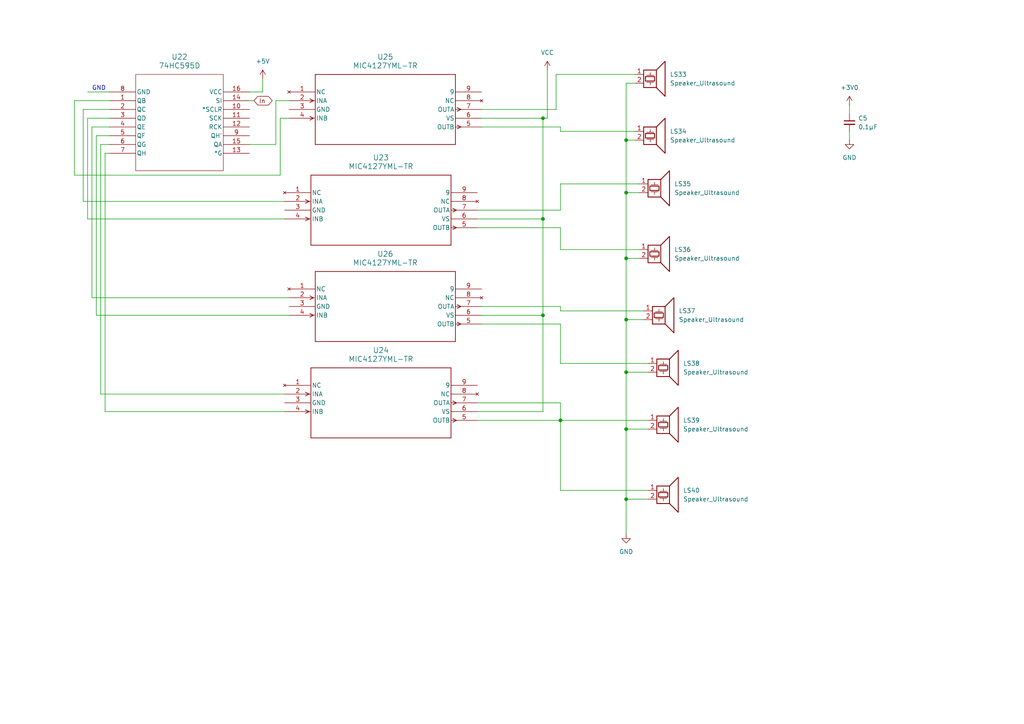
<source format=kicad_sch>
(kicad_sch (version 20250114) (generator "eeschema") (generator_version "9.0")
  (paper "A4")
  (lib_symbols
    (symbol "2025-12-28_09-02-17:MIC4127YML-TR" (pin_names (offset 0.254))
      (property "Reference" "U" (at 27.94 10.16 0))
      (property "Value" "MIC4127YML-TR" (at 27.94 7.62 0))
      (symbol "MIC4127YML-TR_0_1"
        (polyline (pts (xy 7.0993 -2.54) (xy 6.0579 -2.0193)) (stroke (width 0.2032)))
        (polyline (pts (xy 7.0993 -2.54) (xy 6.0579 -3.0607)) (stroke (width 0.2032)))
        (polyline (pts (xy 7.0993 -7.62) (xy 6.0579 -7.0993)) (stroke (width 0.2032)))
        (polyline (pts (xy 7.0993 -7.62) (xy 6.0579 -8.1407)) (stroke (width 0.2032)))
        (polyline (pts (xy 7.62 5.08) (xy 7.62 -15.24)) (stroke (width 0.2032)))
        (polyline (pts (xy 7.62 -15.24) (xy 48.26 -15.24)) (stroke (width 0.2032)))
        (polyline (pts (xy 48.26 5.08) (xy 7.62 5.08)) (stroke (width 0.2032)))
        (polyline (pts (xy 48.26 -15.24) (xy 48.26 5.08)) (stroke (width 0.2032)))
        (polyline (pts (xy 48.7807 -4.5593) (xy 49.8221 -5.08)) (stroke (width 0.2032)))
        (polyline (pts (xy 48.7807 -5.6007) (xy 49.8221 -5.08)) (stroke (width 0.2032)))
        (polyline (pts (xy 48.7807 -9.6393) (xy 49.8221 -10.16)) (stroke (width 0.2032)))
        (polyline (pts (xy 48.7807 -10.6807) (xy 49.8221 -10.16)) (stroke (width 0.2032)))
        (pin no_connect line (at 0 0 0) (length 7.62) (name "NC") (number "1"))
        (pin input line (at 0 -2.54 0) (length 7.62) (name "INA") (number "2"))
        (pin power_in line (at 0 -5.08 0) (length 7.62) (name "GND") (number "3"))
        (pin input line (at 0 -7.62 0) (length 7.62) (name "INB") (number "4"))
        (pin unspecified line (at 55.88 0 180) (length 7.62) (name "9") (number "9"))
        (pin no_connect line (at 55.88 -2.54 180) (length 7.62) (name "NC") (number "8"))
        (pin output line (at 55.88 -5.08 180) (length 7.62) (name "OUTA") (number "7"))
        (pin power_in line (at 55.88 -7.62 180) (length 7.62) (name "VS") (number "6"))
        (pin output line (at 55.88 -10.16 180) (length 7.62) (name "OUTB") (number "5"))
      )
    )
    (symbol "2025-12-28_09-22-42:74HC595D" (pin_names (offset 0.254))
      (property "Reference" "U" (at 20.32 10.16 0))
      (property "Value" "74HC595D" (at 20.32 7.62 0))
      (symbol "74HC595D_0_1"
        (polyline (pts (xy 7.62 5.08) (xy 7.62 -22.86)) (stroke (width 0.127)))
        (polyline (pts (xy 7.62 -22.86) (xy 33.02 -22.86)) (stroke (width 0.127)))
        (polyline (pts (xy 33.02 5.08) (xy 7.62 5.08)) (stroke (width 0.127)))
        (polyline (pts (xy 33.02 -22.86) (xy 33.02 5.08)) (stroke (width 0.127)))
        (pin power_out line (at 0 0 0) (length 7.62) (name "GND") (number "8"))
        (pin output line (at 0 -2.54 0) (length 7.62) (name "QB") (number "1"))
        (pin output line (at 0 -5.08 0) (length 7.62) (name "QC") (number "2"))
        (pin output line (at 0 -7.62 0) (length 7.62) (name "QD") (number "3"))
        (pin output line (at 0 -10.16 0) (length 7.62) (name "QE") (number "4"))
        (pin output line (at 0 -12.7 0) (length 7.62) (name "QF") (number "5"))
        (pin output line (at 0 -15.24 0) (length 7.62) (name "QG") (number "6"))
        (pin output line (at 0 -17.78 0) (length 7.62) (name "QH") (number "7"))
        (pin power_in line (at 40.64 0 180) (length 7.62) (name "VCC") (number "16"))
        (pin input line (at 40.64 -2.54 180) (length 7.62) (name "SI") (number "14"))
        (pin input line (at 40.64 -5.08 180) (length 7.62) (name "*SCLR") (number "10"))
        (pin input line (at 40.64 -7.62 180) (length 7.62) (name "SCK") (number "11"))
        (pin input line (at 40.64 -10.16 180) (length 7.62) (name "RCK") (number "12"))
        (pin output line (at 40.64 -12.7 180) (length 7.62) (name "QH'") (number "9"))
        (pin output line (at 40.64 -15.24 180) (length 7.62) (name "QA") (number "15"))
        (pin input line (at 40.64 -17.78 180) (length 7.62) (name "*G") (number "13"))
      )
    )
    (symbol "Device:C_Small" (pin_numbers (hide yes)) (pin_names (offset 0.254) (hide yes))
      (property "Reference" "C" (at 0.254 1.778 0))
      (property "Value" "C_Small" (at 0.254 -2.032 0))
      (symbol "C_Small_0_1"
        (polyline (pts (xy -1.524 0.508) (xy 1.524 0.508)) (stroke (width 0.3048)))
        (polyline (pts (xy -1.524 -0.508) (xy 1.524 -0.508)) (stroke (width 0.3302)))
      )
      (symbol "C_Small_1_1"
        (pin passive line (at 0 2.54 270) (length 2.032) (name "~") (number "1"))
        (pin passive line (at 0 -2.54 90) (length 2.032) (name "~") (number "2"))
      )
    )
    (symbol "Device:Speaker_Ultrasound" (pin_names (offset 0) (hide yes))
      (property "Reference" "LS" (at 0.635 5.715 0))
      (property "Value" "Speaker_Ultrasound" (at 0.635 3.81 0))
      (symbol "Speaker_Ultrasound_0_0"
        (rectangle (start -2.54 1.27) (end 1.143 -3.81) (stroke (width 0.254)))
        (rectangle (start -2.032 -0.635) (end 0.635 -1.905) (stroke (width 0.254)))
        (polyline (pts (xy -1.651 -0.254) (xy 0.381 -0.254)))
        (polyline (pts (xy -1.651 -2.286) (xy 0.381 -2.286)))
        (polyline (pts (xy -0.635 -0.254) (xy -0.635 0.508)))
        (polyline (pts (xy -0.635 -2.286) (xy -0.635 -3.048)))
        (polyline (pts (xy 1.143 1.27) (xy 3.683 3.81) (xy 3.683 -6.35) (xy 1.143 -3.81)) (stroke (width 0.254)))
      )
      (symbol "Speaker_Ultrasound_1_1"
        (pin input line (at -5.08 0 0) (length 2.54) (name "1") (number "1"))
        (pin input line (at -5.08 -2.54 0) (length 2.54) (name "2") (number "2"))
      )
    )
    (symbol "power:+3V0" (power) (pin_numbers (hide yes)) (pin_names (offset 0) (hide yes))
      (property "Value" "+3V0" (at 0 3.556 0))
      (symbol "+3V0_0_1"
        (polyline (pts (xy -0.762 1.27) (xy 0 2.54)))
        (polyline (pts (xy 0 2.54) (xy 0.762 1.27)))
        (polyline (pts (xy 0 0) (xy 0 2.54)))
      )
      (symbol "+3V0_1_1"
        (pin power_in line (at 0 0 90) (length 0) (name "~") (number "1"))
      )
    )
    (symbol "power:+5V" (power) (pin_numbers (hide yes)) (pin_names (offset 0) (hide yes))
      (property "Value" "+5V" (at 0 3.556 0))
      (symbol "+5V_0_1"
        (polyline (pts (xy -0.762 1.27) (xy 0 2.54)))
        (polyline (pts (xy 0 2.54) (xy 0.762 1.27)))
        (polyline (pts (xy 0 0) (xy 0 2.54)))
      )
      (symbol "+5V_1_1"
        (pin power_in line (at 0 0 90) (length 0) (name "~") (number "1"))
      )
    )
    (symbol "power:GND" (power) (pin_numbers (hide yes)) (pin_names (offset 0) (hide yes))
      (property "Value" "GND" (at 0 -3.81 0))
      (symbol "GND_0_1"
        (polyline (pts (xy 0 0) (xy 0 -1.27) (xy 1.27 -1.27) (xy 0 -2.54) (xy -1.27 -1.27) (xy 0 -1.27)))
      )
      (symbol "GND_1_1"
        (pin power_in line (at 0 0 270) (length 0) (name "~") (number "1"))
      )
    )
    (symbol "power:VCC" (power) (pin_numbers (hide yes)) (pin_names (offset 0) (hide yes))
      (property "Value" "VCC" (at 0 3.556 0))
      (symbol "VCC_0_1"
        (polyline (pts (xy -0.762 1.27) (xy 0 2.54)))
        (polyline (pts (xy 0 2.54) (xy 0.762 1.27)))
        (polyline (pts (xy 0 0) (xy 0 2.54)))
      )
      (symbol "VCC_1_1"
        (pin power_in line (at 0 0 90) (length 0) (name "~") (number "1"))
      )
    )
  )
  (text "GND" (at 28.702 25.654 0) (effects (font (size 1.27 1.27))))
  (junction (at 181.61 107.95))
  (junction (at 181.61 74.93))
  (junction (at 181.61 55.88))
  (junction (at 181.61 40.64))
  (junction (at 181.61 92.71))
  (junction (at 162.56 121.92))
  (junction (at 181.61 144.78))
  (junction (at 181.61 124.46))
  (junction (at 157.48 91.44))
  (junction (at 157.48 34.29))
  (junction (at 157.48 63.5))
  (wire (pts (xy 162.56 38.1) (xy 184.15 38.1)))
  (wire (pts (xy 162.56 121.92) (xy 162.56 142.24)))
  (wire (pts (xy 30.48 119.38) (xy 82.55 119.38)))
  (wire (pts (xy 181.61 92.71) (xy 186.69 92.71)))
  (wire (pts (xy 161.29 21.59) (xy 184.15 21.59)))
  (wire (pts (xy 158.75 20.32) (xy 158.75 34.29)))
  (wire (pts (xy 72.39 41.91) (xy 80.01 41.91)))
  (wire (pts (xy 139.7 91.44) (xy 157.48 91.44)))
  (wire (pts (xy 81.28 34.29) (xy 83.82 34.29)))
  (wire (pts (xy 181.61 92.71) (xy 181.61 107.95)))
  (wire (pts (xy 162.56 53.34) (xy 185.42 53.34)))
  (wire (pts (xy 162.56 116.84) (xy 162.56 121.92)))
  (wire (pts (xy 157.48 91.44) (xy 157.48 119.38)))
  (wire (pts (xy 25.4 63.5) (xy 82.55 63.5)))
  (wire (pts (xy 187.96 144.78) (xy 181.61 144.78)))
  (wire (pts (xy 181.61 144.78) (xy 181.61 154.94)))
  (wire (pts (xy 138.43 121.92) (xy 162.56 121.92)))
  (wire (pts (xy 162.56 142.24) (xy 187.96 142.24)))
  (wire (pts (xy 181.61 107.95) (xy 187.96 107.95)))
  (wire (pts (xy 139.7 36.83) (xy 162.56 36.83)))
  (wire (pts (xy 26.67 36.83) (xy 26.67 86.36)))
  (wire (pts (xy 246.38 30.48) (xy 246.38 33.02)))
  (wire (pts (xy 181.61 40.64) (xy 184.15 40.64)))
  (wire (pts (xy 162.56 36.83) (xy 162.56 38.1)))
  (wire (pts (xy 138.43 119.38) (xy 157.48 119.38)))
  (wire (pts (xy 184.15 24.13) (xy 181.61 24.13)))
  (wire (pts (xy 162.56 88.9) (xy 162.56 90.17)))
  (wire (pts (xy 31.75 31.75) (xy 24.13 31.75)))
  (wire (pts (xy 76.2 22.86) (xy 76.2 26.67)))
  (wire (pts (xy 30.48 44.45) (xy 30.48 119.38)))
  (wire (pts (xy 181.61 124.46) (xy 187.96 124.46)))
  (wire (pts (xy 162.56 72.39) (xy 185.42 72.39)))
  (wire (pts (xy 80.01 29.21) (xy 83.82 29.21)))
  (wire (pts (xy 181.61 40.64) (xy 181.61 55.88)))
  (wire (pts (xy 139.7 34.29) (xy 157.48 34.29)))
  (wire (pts (xy 181.61 24.13) (xy 181.61 40.64)))
  (wire (pts (xy 24.13 58.42) (xy 82.55 58.42)))
  (wire (pts (xy 139.7 93.98) (xy 162.56 93.98)))
  (wire (pts (xy 162.56 60.96) (xy 162.56 53.34)))
  (wire (pts (xy 25.4 26.67) (xy 31.75 26.67)))
  (wire (pts (xy 31.75 34.29) (xy 25.4 34.29)))
  (wire (pts (xy 27.94 39.37) (xy 27.94 91.44)))
  (wire (pts (xy 162.56 90.17) (xy 186.69 90.17)))
  (wire (pts (xy 21.59 50.8) (xy 81.28 50.8)))
  (wire (pts (xy 181.61 55.88) (xy 181.61 74.93)))
  (wire (pts (xy 31.75 36.83) (xy 26.67 36.83)))
  (wire (pts (xy 162.56 93.98) (xy 162.56 105.41)))
  (wire (pts (xy 162.56 105.41) (xy 187.96 105.41)))
  (wire (pts (xy 181.61 74.93) (xy 181.61 92.71)))
  (wire (pts (xy 24.13 31.75) (xy 24.13 58.42)))
  (wire (pts (xy 161.29 31.75) (xy 161.29 21.59)))
  (wire (pts (xy 27.94 91.44) (xy 83.82 91.44)))
  (wire (pts (xy 80.01 41.91) (xy 80.01 29.21)))
  (wire (pts (xy 31.75 39.37) (xy 27.94 39.37)))
  (wire (pts (xy 138.43 116.84) (xy 162.56 116.84)))
  (wire (pts (xy 31.75 41.91) (xy 29.21 41.91)))
  (wire (pts (xy 139.7 31.75) (xy 161.29 31.75)))
  (wire (pts (xy 162.56 66.04) (xy 162.56 72.39)))
  (wire (pts (xy 31.75 44.45) (xy 30.48 44.45)))
  (wire (pts (xy 246.38 38.1) (xy 246.38 40.64)))
  (wire (pts (xy 72.39 26.67) (xy 76.2 26.67)))
  (wire (pts (xy 21.59 29.21) (xy 21.59 50.8)))
  (wire (pts (xy 181.61 107.95) (xy 181.61 124.46)))
  (wire (pts (xy 72.39 29.21) (xy 73.66 29.21)))
  (wire (pts (xy 181.61 74.93) (xy 185.42 74.93)))
  (wire (pts (xy 138.43 63.5) (xy 157.48 63.5)))
  (wire (pts (xy 138.43 66.04) (xy 162.56 66.04)))
  (wire (pts (xy 138.43 60.96) (xy 162.56 60.96)))
  (wire (pts (xy 26.67 86.36) (xy 83.82 86.36)))
  (wire (pts (xy 157.48 34.29) (xy 158.75 34.29)))
  (wire (pts (xy 162.56 121.92) (xy 187.96 121.92)))
  (wire (pts (xy 29.21 41.91) (xy 29.21 114.3)))
  (wire (pts (xy 31.75 29.21) (xy 21.59 29.21)))
  (wire (pts (xy 139.7 88.9) (xy 162.56 88.9)))
  (wire (pts (xy 181.61 124.46) (xy 181.61 144.78)))
  (wire (pts (xy 157.48 63.5) (xy 157.48 91.44)))
  (wire (pts (xy 181.61 55.88) (xy 185.42 55.88)))
  (wire (pts (xy 25.4 34.29) (xy 25.4 63.5)))
  (wire (pts (xy 157.48 34.29) (xy 157.48 63.5)))
  (wire (pts (xy 81.28 50.8) (xy 81.28 34.29)))
  (wire (pts (xy 29.21 114.3) (xy 82.55 114.3)))
  (global_label "In" (shape bidirectional) (at 73.66 29.21 0) (property "Intersheetrefs" "${INTERSHEET_REFS}" (effects (hide yes))))
  (symbol (lib_id "Device:Speaker_Ultrasound") (at 190.5 72.39 0) (unit 1)
    (property "Reference" "LS36" (at 195.58 72.3899 0) (effects (justify left)))
    (property "Value" "Speaker_Ultrasound" (at 195.58 74.9299 0) (effects (justify left)))
    (property "Description" "Ultrasonic transducer" (effects (hide yes)))
  )
  (symbol (lib_id "2025-12-28_09-02-17:MIC4127YML-TR") (at 82.55 55.88 0) (unit 1)
    (property "Reference" "U23" (at 110.49 45.72 0) (effects (font (size 1.524 1.524))))
    (property "Value" "MIC4127YML-TR" (at 110.49 48.26 0) (effects (font (size 1.524 1.524))))
    (property "Footprint" "MLF-8_ML_MCH" (effects (hide yes)))
    (property "Datasheet" "MIC4127YML-TR" (effects (hide yes)))
  )
  (symbol (lib_id "power:+3V0") (at 246.38 30.48 0) (unit 1)
    (property "Reference" "#PWR024" (effects (hide yes)))
    (property "Value" "+3V0" (at 246.38 25.4 0))
    (property "Description" "Power symbol creates a global label with name \"+3V0\"" (effects (hide yes)))
  )
  (symbol (lib_id "Device:C_Small") (at 246.38 35.56 0) (unit 1)
    (property "Reference" "C5" (at 248.92 34.2962 0) (effects (justify left)))
    (property "Value" "0.1μF" (at 248.92 36.8362 0) (effects (justify left)))
    (property "Description" "Unpolarized capacitor, small symbol" (effects (hide yes)))
  )
  (symbol (lib_id "Device:Speaker_Ultrasound") (at 191.77 90.17 0) (unit 1)
    (property "Reference" "LS37" (at 196.85 90.1699 0) (effects (justify left)))
    (property "Value" "Speaker_Ultrasound" (at 196.85 92.7099 0) (effects (justify left)))
    (property "Description" "Ultrasonic transducer" (effects (hide yes)))
  )
  (symbol (lib_id "power:+5V") (at 76.2 22.86 0) (unit 1)
    (property "Reference" "#PWR021" (effects (hide yes)))
    (property "Value" "+5V" (at 76.2 17.78 0))
    (property "Description" "Power symbol creates a global label with name \"+5V\"" (effects (hide yes)))
  )
  (symbol (lib_id "power:VCC") (at 158.75 20.32 0) (unit 1)
    (property "Reference" "#PWR022" (effects (hide yes)))
    (property "Value" "VCC" (at 158.75 15.24 0))
    (property "Description" "Power symbol creates a global label with name \"VCC\"" (effects (hide yes)))
  )
  (symbol (lib_id "Device:Speaker_Ultrasound") (at 193.04 121.92 0) (unit 1)
    (property "Reference" "LS39" (at 198.12 121.9199 0) (effects (justify left)))
    (property "Value" "Speaker_Ultrasound" (at 198.12 124.4599 0) (effects (justify left)))
    (property "Description" "Ultrasonic transducer" (effects (hide yes)))
  )
  (symbol (lib_id "Device:Speaker_Ultrasound") (at 190.5 53.34 0) (unit 1)
    (property "Reference" "LS35" (at 195.58 53.3399 0) (effects (justify left)))
    (property "Value" "Speaker_Ultrasound" (at 195.58 55.8799 0) (effects (justify left)))
    (property "Description" "Ultrasonic transducer" (effects (hide yes)))
  )
  (symbol (lib_id "2025-12-28_09-02-17:MIC4127YML-TR") (at 82.55 111.76 0) (unit 1)
    (property "Reference" "U24" (at 110.49 101.6 0) (effects (font (size 1.524 1.524))))
    (property "Value" "MIC4127YML-TR" (at 110.49 104.14 0) (effects (font (size 1.524 1.524))))
    (property "Footprint" "MLF-8_ML_MCH" (effects (hide yes)))
    (property "Datasheet" "MIC4127YML-TR" (effects (hide yes)))
  )
  (symbol (lib_id "power:GND") (at 181.61 154.94 0) (unit 1)
    (property "Reference" "#PWR023" (effects (hide yes)))
    (property "Value" "GND" (at 181.61 160.02 0))
    (property "Description" "Power symbol creates a global label with name \"GND\" , ground" (effects (hide yes)))
  )
  (symbol (lib_id "Device:Speaker_Ultrasound") (at 193.04 142.24 0) (unit 1)
    (property "Reference" "LS40" (at 198.12 142.2399 0) (effects (justify left)))
    (property "Value" "Speaker_Ultrasound" (at 198.12 144.7799 0) (effects (justify left)))
    (property "Description" "Ultrasonic transducer" (effects (hide yes)))
  )
  (symbol (lib_id "Device:Speaker_Ultrasound") (at 189.23 38.1 0) (unit 1)
    (property "Reference" "LS34" (at 194.31 38.0999 0) (effects (justify left)))
    (property "Value" "Speaker_Ultrasound" (at 194.31 40.6399 0) (effects (justify left)))
    (property "Description" "Ultrasonic transducer" (effects (hide yes)))
  )
  (symbol (lib_id "Device:Speaker_Ultrasound") (at 193.04 105.41 0) (unit 1)
    (property "Reference" "LS38" (at 198.12 105.4099 0) (effects (justify left)))
    (property "Value" "Speaker_Ultrasound" (at 198.12 107.9499 0) (effects (justify left)))
    (property "Description" "Ultrasonic transducer" (effects (hide yes)))
  )
  (symbol (lib_id "2025-12-28_09-02-17:MIC4127YML-TR") (at 83.82 26.67 0) (unit 1)
    (property "Reference" "U25" (at 111.76 16.51 0) (effects (font (size 1.524 1.524))))
    (property "Value" "MIC4127YML-TR" (at 111.76 19.05 0) (effects (font (size 1.524 1.524))))
    (property "Footprint" "MLF-8_ML_MCH" (effects (hide yes)))
    (property "Datasheet" "MIC4127YML-TR" (effects (hide yes)))
  )
  (symbol (lib_id "power:GND") (at 246.38 40.64 0) (unit 1)
    (property "Reference" "#PWR025" (effects (hide yes)))
    (property "Value" "GND" (at 246.38 45.72 0))
    (property "Description" "Power symbol creates a global label with name \"GND\" , ground" (effects (hide yes)))
  )
  (symbol (lib_id "2025-12-28_09-02-17:MIC4127YML-TR") (at 83.82 83.82 0) (unit 1)
    (property "Reference" "U26" (at 111.76 73.66 0) (effects (font (size 1.524 1.524))))
    (property "Value" "MIC4127YML-TR" (at 111.76 76.2 0) (effects (font (size 1.524 1.524))))
    (property "Footprint" "MLF-8_ML_MCH" (effects (hide yes)))
    (property "Datasheet" "MIC4127YML-TR" (effects (hide yes)))
  )
  (symbol (lib_id "2025-12-28_09-22-42:74HC595D") (at 31.75 26.67 0) (unit 1)
    (property "Reference" "U22" (at 52.07 16.51 0) (effects (font (size 1.524 1.524))))
    (property "Value" "74HC595D" (at 52.07 19.05 0) (effects (font (size 1.524 1.524))))
    (property "Footprint" "SOIC16_TOS" (effects (hide yes)))
    (property "Datasheet" "https://toshiba.semicon-storage.com/info/docget.jsp?did=36768&prodName=74HC595D" (effects (hide yes)))
  )
  (symbol (lib_id "Device:Speaker_Ultrasound") (at 189.23 21.59 0) (unit 1)
    (property "Reference" "LS33" (at 194.31 21.5899 0) (effects (justify left)))
    (property "Value" "Speaker_Ultrasound" (at 194.31 24.1299 0) (effects (justify left)))
    (property "Description" "Ultrasonic transducer" (effects (hide yes)))
  )
)
</source>
